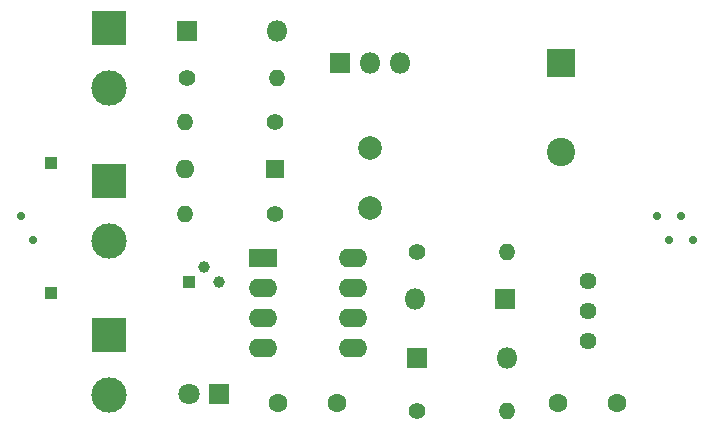
<source format=gbs>
%TF.GenerationSoftware,KiCad,Pcbnew,no-vcs-found-e2d3fce~60~ubuntu14.04.1*%
%TF.CreationDate,2017-09-23T20:39:15-03:00*%
%TF.ProjectId,RFIDZapper,524649445A61707065722E6B69636164,rev?*%
%TF.SameCoordinates,Original*%
%TF.FileFunction,Soldermask,Bot*%
%TF.FilePolarity,Negative*%
%FSLAX46Y46*%
G04 Gerber Fmt 4.6, Leading zero omitted, Abs format (unit mm)*
G04 Created by KiCad (PCBNEW no-vcs-found-e2d3fce~60~ubuntu14.04.1) date Sat Sep 23 20:39:15 2017*
%MOMM*%
%LPD*%
G01*
G04 APERTURE LIST*
%ADD10C,0.700000*%
%ADD11R,1.000000X1.000000*%
%ADD12R,1.800000X1.800000*%
%ADD13O,1.800000X1.800000*%
%ADD14C,1.000000*%
%ADD15O,1.400000X1.400000*%
%ADD16C,1.400000*%
%ADD17C,3.000000*%
%ADD18R,3.000000X3.000000*%
%ADD19C,1.600000*%
%ADD20C,2.400000*%
%ADD21R,2.400000X2.400000*%
%ADD22C,1.800000*%
%ADD23C,1.998980*%
%ADD24C,1.440000*%
%ADD25O,2.400000X1.600000*%
%ADD26R,2.400000X1.600000*%
%ADD27O,1.600000X1.600000*%
%ADD28R,1.600000X1.600000*%
G04 APERTURE END LIST*
D10*
%TO.C,AE1*%
X123044000Y-134076000D03*
X122024000Y-132036000D03*
X121004000Y-134076000D03*
X119984000Y-132036000D03*
X67184000Y-134076000D03*
X66164000Y-132036000D03*
D11*
X68692000Y-138556000D03*
X68692000Y-127556000D03*
%TD*%
D12*
%TO.C,D3*%
X80194000Y-116306000D03*
D13*
X87814000Y-116306000D03*
%TD*%
D11*
%TO.C,Q1*%
X80394000Y-137556000D03*
D14*
X82934000Y-137556000D03*
X81664000Y-136286000D03*
%TD*%
D15*
%TO.C,R8*%
X87814000Y-120306000D03*
D16*
X80194000Y-120306000D03*
%TD*%
D15*
%TO.C,R3*%
X107264000Y-148556000D03*
D16*
X99644000Y-148556000D03*
%TD*%
D13*
%TO.C,Q2*%
X98224000Y-119056000D03*
X95684000Y-119056000D03*
D12*
X93144000Y-119056000D03*
%TD*%
D17*
%TO.C,BT1*%
X73644000Y-147136000D03*
D18*
X73644000Y-142056000D03*
%TD*%
D19*
%TO.C,C1*%
X111644000Y-147806000D03*
X116644000Y-147806000D03*
%TD*%
%TO.C,C2*%
X92894000Y-147806000D03*
X87894000Y-147806000D03*
%TD*%
D20*
%TO.C,C3*%
X111894000Y-126556000D03*
D21*
X111894000Y-119056000D03*
%TD*%
D22*
%TO.C,DL1*%
X80354000Y-147056000D03*
D12*
X82894000Y-147056000D03*
%TD*%
D23*
%TO.C,L1*%
X95724000Y-126226000D03*
X95724000Y-131306000D03*
%TD*%
D15*
%TO.C,R1*%
X107264000Y-135056000D03*
D16*
X99644000Y-135056000D03*
%TD*%
D24*
%TO.C,R2*%
X114144000Y-137476000D03*
X114144000Y-140016000D03*
X114144000Y-142556000D03*
%TD*%
D16*
%TO.C,R6*%
X87644000Y-131806000D03*
D15*
X80024000Y-131806000D03*
%TD*%
%TO.C,R9*%
X80024000Y-124056000D03*
D16*
X87644000Y-124056000D03*
%TD*%
D18*
%TO.C,SW_SPST1*%
X73644000Y-129056000D03*
D17*
X73644000Y-134136000D03*
%TD*%
%TO.C,SW_SPST3*%
X73644000Y-121136000D03*
D18*
X73644000Y-116056000D03*
%TD*%
D25*
%TO.C,U1*%
X94264000Y-135556000D03*
X86644000Y-143176000D03*
X94264000Y-138096000D03*
X86644000Y-140636000D03*
X94264000Y-140636000D03*
X86644000Y-138096000D03*
X94264000Y-143176000D03*
D26*
X86644000Y-135556000D03*
%TD*%
D13*
%TO.C,D1*%
X99524000Y-139056000D03*
D12*
X107144000Y-139056000D03*
%TD*%
D13*
%TO.C,D2*%
X107264000Y-144056000D03*
D12*
X99644000Y-144056000D03*
%TD*%
D27*
%TO.C,DZ1*%
X80024000Y-128056000D03*
D28*
X87644000Y-128056000D03*
%TD*%
M02*

</source>
